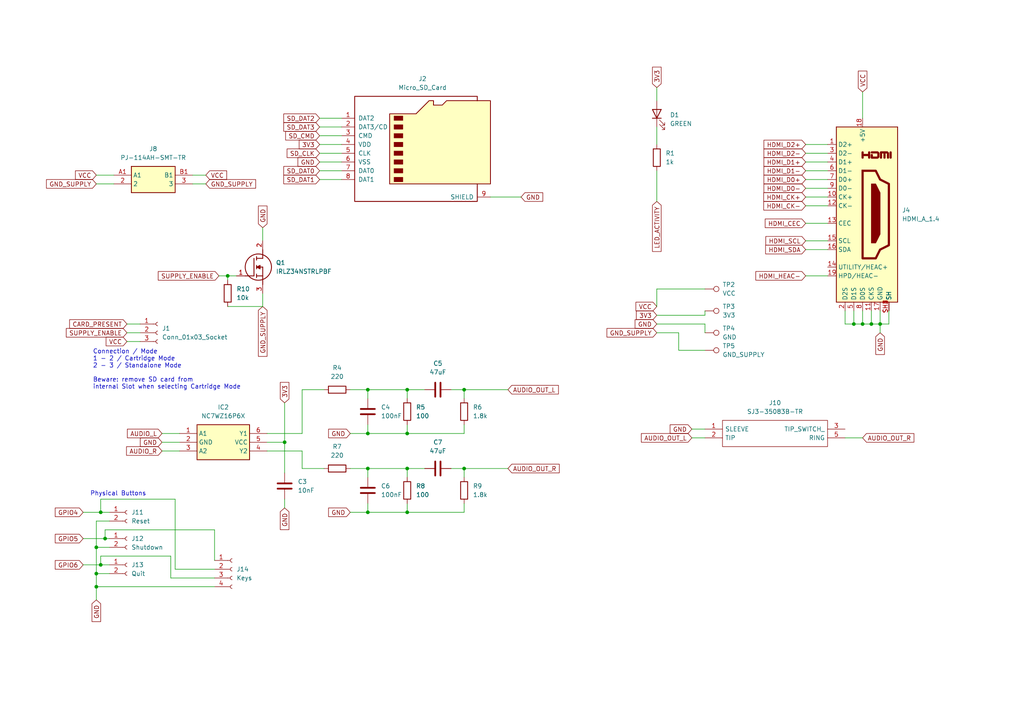
<source format=kicad_sch>
(kicad_sch (version 20231120) (generator "eeschema") (generator_version "8.0")
  (paper "A4")
  (lib_symbols
    (symbol "CM4IO:HDMI_A_1.4"
      (property "Reference" "J" (at -6.35 26.67 0))
      (property "Value" "HDMI_A_1.4" (at 10.16 26.67 0))
      (symbol "HDMI_A_1.4_0_0"
        (polyline (pts (xy 8.128 16.51) (xy 8.128 18.034)) (stroke (width 0.635)))
        (polyline (pts (xy 0 16.51) (xy 0 18.034) (xy 0 17.272) (xy 1.905 17.272) (xy 1.905 18.034) (xy 1.905 16.51)) (stroke (width 0.635)))
        (polyline (pts (xy 2.667 18.034) (xy 4.318 18.034) (xy 4.572 17.78) (xy 4.572 16.764) (xy 4.318 16.51) (xy 2.667 16.51) (xy 2.667 17.272)) (stroke (width 0.635)))
        (pin passive line (at 7.62 -27.94 90) (length 2.54) (name "SH") (number "SH2"))
        (pin passive line (at 7.62 -27.94 90) (length 2.54) (name "SH") (number "SH3"))
        (pin passive line (at 7.62 -27.94 90) (length 2.54) (name "SH") (number "SH4"))
      )
      (symbol "HDMI_A_1.4_0_1"
        (rectangle (start -7.62 25.4) (end 10.16 -25.4) (stroke (width 0.254)) (fill (type background)))
        (polyline (pts (xy 2.54 8.89) (xy 3.81 8.89) (xy 5.08 6.35) (xy 5.08 -5.715) (xy 3.81 -8.255) (xy 2.54 -8.255) (xy 2.54 8.89)) (fill (type outline)))
        (polyline (pts (xy 5.334 16.51) (xy 5.334 18.034) (xy 6.35 18.034) (xy 6.35 16.51) (xy 6.35 18.034) (xy 7.112 18.034) (xy 7.366 17.78) (xy 7.366 16.51)) (stroke (width 0.635)))
        (polyline (pts (xy 0 12.7) (xy 0 -12.7) (xy 3.81 -12.7) (xy 5.08 -10.16) (xy 7.62 -8.89) (xy 7.62 8.89) (xy 5.08 10.16) (xy 3.81 12.7) (xy 0 12.7)) (stroke (width 0.635)))
      )
      (symbol "HDMI_A_1.4_1_1"
        (pin passive line (at -10.16 20.32 0) (length 2.54) (name "D2+") (number "1"))
        (pin passive line (at -10.16 5.08 0) (length 2.54) (name "CK+") (number "10"))
        (pin power_in line (at 2.54 -27.94 90) (length 2.54) (name "CKS") (number "11"))
        (pin passive line (at -10.16 2.54 0) (length 2.54) (name "CK-") (number "12"))
        (pin bidirectional line (at -10.16 -2.54 0) (length 2.54) (name "CEC") (number "13"))
        (pin passive line (at -10.16 -15.24 0) (length 2.54) (name "UTILITY/HEAC+") (number "14"))
        (pin passive line (at -10.16 -7.62 0) (length 2.54) (name "SCL") (number "15"))
        (pin bidirectional line (at -10.16 -10.16 0) (length 2.54) (name "SDA") (number "16"))
        (pin power_in line (at 5.08 -27.94 90) (length 2.54) (name "GND") (number "17"))
        (pin power_in line (at 0 27.94 270) (length 2.54) (name "+5V") (number "18"))
        (pin passive line (at -10.16 -17.78 0) (length 2.54) (name "HPD/HEAC-") (number "19"))
        (pin power_in line (at -5.08 -27.94 90) (length 2.54) (name "D2S") (number "2"))
        (pin passive line (at -10.16 17.78 0) (length 2.54) (name "D2-") (number "3"))
        (pin passive line (at -10.16 15.24 0) (length 2.54) (name "D1+") (number "4"))
        (pin power_in line (at -2.54 -27.94 90) (length 2.54) (name "D1S") (number "5"))
        (pin passive line (at -10.16 12.7 0) (length 2.54) (name "D1-") (number "6"))
        (pin passive line (at -10.16 10.16 0) (length 2.54) (name "D0+") (number "7"))
        (pin power_in line (at 0 -27.94 90) (length 2.54) (name "D0S") (number "8"))
        (pin passive line (at -10.16 7.62 0) (length 2.54) (name "D0-") (number "9"))
        (pin passive line (at 7.62 -27.94 90) (length 2.54) (name "SH") (number "SH1"))
      )
    )
    (symbol "Connector:Conn_01x02_Socket" (pin_names (offset 1.016) hide)
      (property "Reference" "J" (at 0 2.54 0))
      (property "Value" "Conn_01x02_Socket" (at 0 -5.08 0))
      (symbol "Conn_01x02_Socket_1_1"
        (arc (start 0 -2.032) (mid -0.5058 -2.54) (end 0 -3.048) (stroke (width 0.1524)))
        (polyline (pts (xy -1.27 -2.54) (xy -0.508 -2.54)) (stroke (width 0.1524)))
        (polyline (pts (xy -1.27 0) (xy -0.508 0)) (stroke (width 0.1524)))
        (arc (start 0 0.508) (mid -0.5058 0) (end 0 -0.508) (stroke (width 0.1524)))
        (pin passive line (at -5.08 0 0) (length 3.81) (name "Pin_1") (number "1"))
        (pin passive line (at -5.08 -2.54 0) (length 3.81) (name "Pin_2") (number "2"))
      )
    )
    (symbol "Connector:Conn_01x03_Socket" (pin_names (offset 1.016) hide)
      (property "Reference" "J" (at 0 5.08 0))
      (property "Value" "Conn_01x03_Socket" (at 0 -5.08 0))
      (symbol "Conn_01x03_Socket_1_1"
        (arc (start 0 -2.032) (mid -0.5058 -2.54) (end 0 -3.048) (stroke (width 0.1524)))
        (polyline (pts (xy -1.27 -2.54) (xy -0.508 -2.54)) (stroke (width 0.1524)))
        (polyline (pts (xy -1.27 0) (xy -0.508 0)) (stroke (width 0.1524)))
        (polyline (pts (xy -1.27 2.54) (xy -0.508 2.54)) (stroke (width 0.1524)))
        (arc (start 0 0.508) (mid -0.5058 0) (end 0 -0.508) (stroke (width 0.1524)))
        (arc (start 0 3.048) (mid -0.5058 2.54) (end 0 2.032) (stroke (width 0.1524)))
        (pin passive line (at -5.08 2.54 0) (length 3.81) (name "Pin_1") (number "1"))
        (pin passive line (at -5.08 0 0) (length 3.81) (name "Pin_2") (number "2"))
        (pin passive line (at -5.08 -2.54 0) (length 3.81) (name "Pin_3") (number "3"))
      )
    )
    (symbol "Connector:Conn_01x04_Socket" (pin_names (offset 1.016) hide)
      (property "Reference" "J" (at 0 5.08 0))
      (property "Value" "Conn_01x04_Socket" (at 0 -7.62 0))
      (symbol "Conn_01x04_Socket_1_1"
        (arc (start 0 -4.572) (mid -0.5058 -5.08) (end 0 -5.588) (stroke (width 0.1524)))
        (arc (start 0 -2.032) (mid -0.5058 -2.54) (end 0 -3.048) (stroke (width 0.1524)))
        (polyline (pts (xy -1.27 -5.08) (xy -0.508 -5.08)) (stroke (width 0.1524)))
        (polyline (pts (xy -1.27 -2.54) (xy -0.508 -2.54)) (stroke (width 0.1524)))
        (polyline (pts (xy -1.27 0) (xy -0.508 0)) (stroke (width 0.1524)))
        (polyline (pts (xy -1.27 2.54) (xy -0.508 2.54)) (stroke (width 0.1524)))
        (arc (start 0 0.508) (mid -0.5058 0) (end 0 -0.508) (stroke (width 0.1524)))
        (arc (start 0 3.048) (mid -0.5058 2.54) (end 0 2.032) (stroke (width 0.1524)))
        (pin passive line (at -5.08 2.54 0) (length 3.81) (name "Pin_1") (number "1"))
        (pin passive line (at -5.08 0 0) (length 3.81) (name "Pin_2") (number "2"))
        (pin passive line (at -5.08 -2.54 0) (length 3.81) (name "Pin_3") (number "3"))
        (pin passive line (at -5.08 -5.08 0) (length 3.81) (name "Pin_4") (number "4"))
      )
    )
    (symbol "Connector:Micro_SD_Card" (pin_names (offset 1.016))
      (property "Reference" "J" (at -16.51 15.24 0))
      (property "Value" "Micro_SD_Card" (at 16.51 15.24 0))
      (symbol "Micro_SD_Card_0_1"
        (rectangle (start -7.62 -9.525) (end -5.08 -10.795) (fill (type outline)))
        (rectangle (start -7.62 -6.985) (end -5.08 -8.255) (fill (type outline)))
        (rectangle (start -7.62 -4.445) (end -5.08 -5.715) (fill (type outline)))
        (rectangle (start -7.62 -1.905) (end -5.08 -3.175) (fill (type outline)))
        (rectangle (start -7.62 0.635) (end -5.08 -0.635) (fill (type outline)))
        (rectangle (start -7.62 3.175) (end -5.08 1.905) (fill (type outline)))
        (rectangle (start -7.62 5.715) (end -5.08 4.445) (fill (type outline)))
        (rectangle (start -7.62 8.255) (end -5.08 6.985) (fill (type outline)))
        (polyline (pts (xy 16.51 12.7) (xy 16.51 13.97) (xy -19.05 13.97) (xy -19.05 -16.51) (xy 16.51 -16.51) (xy 16.51 -11.43)) (stroke (width 0.254)))
        (polyline (pts (xy -8.89 -11.43) (xy -8.89 8.89) (xy -1.27 8.89) (xy 2.54 12.7) (xy 3.81 12.7) (xy 3.81 11.43) (xy 6.35 11.43) (xy 7.62 12.7) (xy 20.32 12.7) (xy 20.32 -11.43) (xy -8.89 -11.43)) (stroke (width 0.254)) (fill (type background)))
      )
      (symbol "Micro_SD_Card_1_1"
        (pin bidirectional line (at -22.86 7.62 0) (length 3.81) (name "DAT2") (number "1"))
        (pin bidirectional line (at -22.86 5.08 0) (length 3.81) (name "DAT3/CD") (number "2"))
        (pin input line (at -22.86 2.54 0) (length 3.81) (name "CMD") (number "3"))
        (pin power_in line (at -22.86 0 0) (length 3.81) (name "VDD") (number "4"))
        (pin input line (at -22.86 -2.54 0) (length 3.81) (name "CLK") (number "5"))
        (pin power_in line (at -22.86 -5.08 0) (length 3.81) (name "VSS") (number "6"))
        (pin bidirectional line (at -22.86 -7.62 0) (length 3.81) (name "DAT0") (number "7"))
        (pin bidirectional line (at -22.86 -10.16 0) (length 3.81) (name "DAT1") (number "8"))
        (pin passive line (at 20.32 -15.24 180) (length 3.81) (name "SHIELD") (number "9"))
      )
    )
    (symbol "Connector:TestPoint" (pin_numbers hide) (pin_names (offset 0.762) hide)
      (property "Reference" "TP" (at 0 6.858 0))
      (property "Value" "TestPoint" (at 0 5.08 0))
      (symbol "TestPoint_0_1"
        (circle (center 0 3.302) (radius 0.762))
      )
      (symbol "TestPoint_1_1"
        (pin passive line (at 0 0 90) (length 2.54) (name "1") (number "1"))
      )
    )
    (symbol "Device:C" (pin_numbers hide) (pin_names (offset 0.254))
      (property "Reference" "C" (at 0.635 2.54 0))
      (property "Value" "C" (at 0.635 -2.54 0))
      (symbol "C_0_1"
        (polyline (pts (xy -2.032 -0.762) (xy 2.032 -0.762)) (stroke (width 0.508)))
        (polyline (pts (xy -2.032 0.762) (xy 2.032 0.762)) (stroke (width 0.508)))
      )
      (symbol "C_1_1"
        (pin passive line (at 0 3.81 270) (length 2.794) (name "~") (number "1"))
        (pin passive line (at 0 -3.81 90) (length 2.794) (name "~") (number "2"))
      )
    )
    (symbol "Device:LED" (pin_numbers hide) (pin_names (offset 1.016) hide)
      (property "Reference" "D" (at 0 2.54 0))
      (property "Value" "LED" (at 0 -2.54 0))
      (symbol "LED_0_1"
        (polyline (pts (xy -1.27 -1.27) (xy -1.27 1.27)) (stroke (width 0.254)))
        (polyline (pts (xy -1.27 0) (xy 1.27 0)))
        (polyline (pts (xy 1.27 -1.27) (xy 1.27 1.27) (xy -1.27 0) (xy 1.27 -1.27)) (stroke (width 0.254)))
        (polyline (pts (xy -3.048 -0.762) (xy -4.572 -2.286) (xy -3.81 -2.286) (xy -4.572 -2.286) (xy -4.572 -1.524)))
        (polyline (pts (xy -1.778 -0.762) (xy -3.302 -2.286) (xy -2.54 -2.286) (xy -3.302 -2.286) (xy -3.302 -1.524)))
      )
      (symbol "LED_1_1"
        (pin passive line (at -3.81 0 0) (length 2.54) (name "K") (number "1"))
        (pin passive line (at 3.81 0 180) (length 2.54) (name "A") (number "2"))
      )
    )
    (symbol "Device:R" (pin_numbers hide) (pin_names (offset 0))
      (property "Reference" "R" (at 2.032 0 90))
      (property "Value" "R" (at 0 0 90))
      (symbol "R_0_1"
        (rectangle (start -1.016 -2.54) (end 1.016 2.54) (stroke (width 0.254)))
      )
      (symbol "R_1_1"
        (pin passive line (at 0 3.81 270) (length 1.27) (name "~") (number "1"))
        (pin passive line (at 0 -3.81 90) (length 1.27) (name "~") (number "2"))
      )
    )
    (symbol "IRLZ34NSTRLPBF:IRLZ34NSTRLPBF" (pin_names hide)
      (property "Reference" "Q" (at 11.43 3.81 0))
      (property "Value" "IRLZ34NSTRLPBF" (at 11.43 1.27 0))
      (symbol "IRLZ34NSTRLPBF_1_1"
        (polyline (pts (xy 2.54 0) (xy 5.08 0)) (stroke (width 0.254)))
        (polyline (pts (xy 5.08 5.08) (xy 5.08 0)) (stroke (width 0.254)))
        (polyline (pts (xy 5.842 -0.508) (xy 5.842 0.508)) (stroke (width 0.254)))
        (polyline (pts (xy 5.842 0) (xy 7.62 0)) (stroke (width 0.254)))
        (polyline (pts (xy 5.842 2.032) (xy 5.842 3.048)) (stroke (width 0.254)))
        (polyline (pts (xy 5.842 5.588) (xy 5.842 4.572)) (stroke (width 0.254)))
        (polyline (pts (xy 7.62 2.54) (xy 5.842 2.54)) (stroke (width 0.254)))
        (polyline (pts (xy 7.62 2.54) (xy 7.62 -2.54)) (stroke (width 0.254)))
        (polyline (pts (xy 7.62 5.08) (xy 5.842 5.08)) (stroke (width 0.254)))
        (polyline (pts (xy 7.62 5.08) (xy 7.62 7.62)) (stroke (width 0.254)))
        (polyline (pts (xy 5.842 2.54) (xy 6.858 3.048) (xy 6.858 2.032) (xy 5.842 2.54)) (stroke (width 0.254)) (fill (type outline)))
        (circle (center 6.35 2.54) (radius 3.81) (stroke (width 0.254)))
        (pin passive line (at 0 0 0) (length 2.54) (name "G") (number "1"))
        (pin passive line (at 7.62 10.16 270) (length 2.54) (name "D") (number "2"))
        (pin passive line (at 7.62 -5.08 90) (length 2.54) (name "S") (number "3"))
      )
    )
    (symbol "NC7WZ16P6X:NC7WZ16P6X"
      (property "Reference" "IC" (at 21.59 7.62 0))
      (property "Value" "NC7WZ16P6X" (at 21.59 5.08 0))
      (symbol "NC7WZ16P6X_1_1"
        (rectangle (start 5.08 2.54) (end 20.32 -7.62) (stroke (width 0.254)) (fill (type background)))
        (pin input line (at 0 0 0) (length 5.08) (name "A1") (number "1"))
        (pin power_in line (at 0 -2.54 0) (length 5.08) (name "GND") (number "2"))
        (pin input line (at 0 -5.08 0) (length 5.08) (name "A2") (number "3"))
        (pin output line (at 25.4 -5.08 180) (length 5.08) (name "Y2") (number "4"))
        (pin power_in line (at 25.4 -2.54 180) (length 5.08) (name "VCC") (number "5"))
        (pin output line (at 25.4 0 180) (length 5.08) (name "Y1") (number "6"))
      )
    )
    (symbol "PJ-114AH-SMT-TR:PJ-114AH-SMT-TR"
      (property "Reference" "J" (at 19.05 7.62 0))
      (property "Value" "PJ-114AH-SMT-TR" (at 19.05 5.08 0))
      (symbol "PJ-114AH-SMT-TR_1_1"
        (rectangle (start 5.08 2.54) (end 17.78 -5.08) (stroke (width 0.254)) (fill (type background)))
        (pin passive line (at 0 -2.54 0) (length 5.08) (name "2") (number "2"))
        (pin passive line (at 22.86 -2.54 180) (length 5.08) (name "3") (number "3"))
        (pin passive line (at 0 0 0) (length 5.08) (name "A1") (number "A1"))
        (pin passive line (at 22.86 0 180) (length 5.08) (name "B1") (number "B1"))
      )
    )
    (symbol "SJ3-35083B-TR:SJ3-35083B-TR" (pin_names (offset 0.762))
      (property "Reference" "J" (at 36.83 7.62 0))
      (property "Value" "SJ3-35083B-TR" (at 36.83 5.08 0))
      (symbol "SJ3-35083B-TR_0_0"
        (pin passive line (at 0 0 0) (length 5.08) (name "SLEEVE") (number "1"))
        (pin passive line (at 0 -2.54 0) (length 5.08) (name "TIP") (number "2"))
        (pin passive line (at 40.64 0 180) (length 5.08) (name "TIP_SWITCH_") (number "3"))
        (pin passive line (at 40.64 -2.54 180) (length 5.08) (name "RING") (number "5"))
      )
      (symbol "SJ3-35083B-TR_0_1"
        (polyline (pts (xy 5.08 2.54) (xy 35.56 2.54) (xy 35.56 -5.08) (xy 5.08 -5.08) (xy 5.08 2.54)) (stroke (width 0.1524)))
      )
    )
  )
  (junction (at 66.04 80.01))
  (junction (at 250.19 93.98))
  (junction (at 106.68 135.89))
  (junction (at 118.11 148.59))
  (junction (at 27.94 170.18))
  (junction (at 255.27 93.98))
  (junction (at 252.73 93.98))
  (junction (at 82.55 128.27))
  (junction (at 118.11 113.03))
  (junction (at 29.21 148.59))
  (junction (at 27.94 158.75))
  (junction (at 134.62 135.89))
  (junction (at 118.11 125.73))
  (junction (at 29.21 163.83))
  (junction (at 106.68 125.73))
  (junction (at 106.68 148.59))
  (junction (at 247.65 93.98))
  (junction (at 134.62 113.03))
  (junction (at 106.68 113.03))
  (junction (at 30.48 156.21))
  (junction (at 27.94 166.37))
  (junction (at 118.11 135.89))
  (wire (pts (xy 82.55 116.84) (xy 82.55 128.27)))
  (wire (pts (xy 233.68 52.07) (xy 240.03 52.07)))
  (wire (pts (xy 190.5 49.53) (xy 190.5 58.42)))
  (wire (pts (xy 92.71 39.37) (xy 99.06 39.37)))
  (wire (pts (xy 204.47 91.44) (xy 204.47 90.17)))
  (wire (pts (xy 27.94 50.8) (xy 33.02 50.8)))
  (wire (pts (xy 92.71 44.45) (xy 99.06 44.45)))
  (wire (pts (xy 24.13 156.21) (xy 30.48 156.21)))
  (wire (pts (xy 106.68 148.59) (xy 101.6 148.59)))
  (wire (pts (xy 233.68 64.77) (xy 240.03 64.77)))
  (wire (pts (xy 118.11 123.19) (xy 118.11 125.73)))
  (wire (pts (xy 101.6 113.03) (xy 106.68 113.03)))
  (wire (pts (xy 93.98 113.03) (xy 87.63 113.03)))
  (wire (pts (xy 36.83 99.06) (xy 40.64 99.06)))
  (wire (pts (xy 245.11 93.98) (xy 247.65 93.98)))
  (wire (pts (xy 50.8 144.78) (xy 29.21 144.78)))
  (wire (pts (xy 252.73 90.17) (xy 252.73 93.98)))
  (wire (pts (xy 36.83 96.52) (xy 40.64 96.52)))
  (wire (pts (xy 250.19 93.98) (xy 252.73 93.98)))
  (wire (pts (xy 200.66 124.46) (xy 204.47 124.46)))
  (wire (pts (xy 92.71 49.53) (xy 99.06 49.53)))
  (wire (pts (xy 77.47 128.27) (xy 82.55 128.27)))
  (wire (pts (xy 118.11 135.89) (xy 118.11 138.43)))
  (wire (pts (xy 66.04 88.9) (xy 76.2 88.9)))
  (wire (pts (xy 87.63 130.81) (xy 87.63 135.89)))
  (wire (pts (xy 134.62 113.03) (xy 147.32 113.03)))
  (wire (pts (xy 134.62 123.19) (xy 134.62 125.73)))
  (wire (pts (xy 255.27 93.98) (xy 255.27 96.52)))
  (wire (pts (xy 92.71 41.91) (xy 99.06 41.91)))
  (wire (pts (xy 252.73 93.98) (xy 255.27 93.98)))
  (wire (pts (xy 190.5 88.9) (xy 190.5 83.82)))
  (wire (pts (xy 82.55 144.78) (xy 82.55 147.32)))
  (wire (pts (xy 106.68 113.03) (xy 118.11 113.03)))
  (wire (pts (xy 55.88 50.8) (xy 59.69 50.8)))
  (wire (pts (xy 62.23 162.56) (xy 62.23 153.67)))
  (wire (pts (xy 250.19 90.17) (xy 250.19 93.98)))
  (wire (pts (xy 200.66 127) (xy 204.47 127)))
  (wire (pts (xy 92.71 52.07) (xy 99.06 52.07)))
  (wire (pts (xy 49.53 167.64) (xy 49.53 161.29)))
  (wire (pts (xy 92.71 34.29) (xy 99.06 34.29)))
  (wire (pts (xy 62.23 167.64) (xy 49.53 167.64)))
  (wire (pts (xy 233.68 59.69) (xy 240.03 59.69)))
  (wire (pts (xy 130.81 135.89) (xy 134.62 135.89)))
  (wire (pts (xy 118.11 125.73) (xy 106.68 125.73)))
  (wire (pts (xy 204.47 93.98) (xy 204.47 96.52)))
  (wire (pts (xy 190.5 83.82) (xy 204.47 83.82)))
  (wire (pts (xy 106.68 113.03) (xy 106.68 115.57)))
  (wire (pts (xy 24.13 163.83) (xy 29.21 163.83)))
  (wire (pts (xy 27.94 53.34) (xy 33.02 53.34)))
  (wire (pts (xy 76.2 85.09) (xy 76.2 88.9)))
  (wire (pts (xy 118.11 113.03) (xy 123.19 113.03)))
  (wire (pts (xy 233.68 72.39) (xy 240.03 72.39)))
  (wire (pts (xy 62.23 165.1) (xy 50.8 165.1)))
  (wire (pts (xy 196.85 101.6) (xy 204.47 101.6)))
  (wire (pts (xy 46.99 128.27) (xy 52.07 128.27)))
  (wire (pts (xy 46.99 125.73) (xy 52.07 125.73)))
  (wire (pts (xy 27.94 158.75) (xy 27.94 151.13)))
  (wire (pts (xy 190.5 36.83) (xy 190.5 41.91)))
  (wire (pts (xy 55.88 53.34) (xy 59.69 53.34)))
  (wire (pts (xy 27.94 170.18) (xy 62.23 170.18)))
  (wire (pts (xy 29.21 148.59) (xy 31.75 148.59)))
  (wire (pts (xy 142.24 57.15) (xy 151.13 57.15)))
  (wire (pts (xy 92.71 36.83) (xy 99.06 36.83)))
  (wire (pts (xy 233.68 54.61) (xy 240.03 54.61)))
  (wire (pts (xy 63.5 80.01) (xy 66.04 80.01)))
  (wire (pts (xy 118.11 148.59) (xy 106.68 148.59)))
  (wire (pts (xy 62.23 153.67) (xy 30.48 153.67)))
  (wire (pts (xy 118.11 113.03) (xy 118.11 115.57)))
  (wire (pts (xy 233.68 46.99) (xy 240.03 46.99)))
  (wire (pts (xy 101.6 135.89) (xy 106.68 135.89)))
  (wire (pts (xy 134.62 135.89) (xy 147.32 135.89)))
  (wire (pts (xy 46.99 130.81) (xy 52.07 130.81)))
  (wire (pts (xy 134.62 146.05) (xy 134.62 148.59)))
  (wire (pts (xy 257.81 93.98) (xy 255.27 93.98)))
  (wire (pts (xy 87.63 135.89) (xy 93.98 135.89)))
  (wire (pts (xy 245.11 127) (xy 250.19 127)))
  (wire (pts (xy 66.04 80.01) (xy 66.04 81.28)))
  (wire (pts (xy 30.48 153.67) (xy 30.48 156.21)))
  (wire (pts (xy 118.11 146.05) (xy 118.11 148.59)))
  (wire (pts (xy 29.21 161.29) (xy 29.21 163.83)))
  (wire (pts (xy 233.68 49.53) (xy 240.03 49.53)))
  (wire (pts (xy 30.48 156.21) (xy 31.75 156.21)))
  (wire (pts (xy 233.68 80.01) (xy 240.03 80.01)))
  (wire (pts (xy 106.68 125.73) (xy 101.6 125.73)))
  (wire (pts (xy 106.68 146.05) (xy 106.68 148.59)))
  (wire (pts (xy 134.62 148.59) (xy 118.11 148.59)))
  (wire (pts (xy 66.04 80.01) (xy 68.58 80.01)))
  (wire (pts (xy 130.81 113.03) (xy 134.62 113.03)))
  (wire (pts (xy 250.19 26.67) (xy 250.19 34.29)))
  (wire (pts (xy 233.68 44.45) (xy 240.03 44.45)))
  (wire (pts (xy 190.5 91.44) (xy 204.47 91.44)))
  (wire (pts (xy 106.68 135.89) (xy 118.11 135.89)))
  (wire (pts (xy 29.21 163.83) (xy 31.75 163.83)))
  (wire (pts (xy 77.47 130.81) (xy 87.63 130.81)))
  (wire (pts (xy 196.85 96.52) (xy 196.85 101.6)))
  (wire (pts (xy 87.63 113.03) (xy 87.63 125.73)))
  (wire (pts (xy 82.55 128.27) (xy 82.55 137.16)))
  (wire (pts (xy 76.2 66.04) (xy 76.2 69.85)))
  (wire (pts (xy 24.13 148.59) (xy 29.21 148.59)))
  (wire (pts (xy 245.11 90.17) (xy 245.11 93.98)))
  (wire (pts (xy 87.63 125.73) (xy 77.47 125.73)))
  (wire (pts (xy 36.83 93.98) (xy 40.64 93.98)))
  (wire (pts (xy 134.62 135.89) (xy 134.62 138.43)))
  (wire (pts (xy 190.5 96.52) (xy 196.85 96.52)))
  (wire (pts (xy 27.94 166.37) (xy 31.75 166.37)))
  (wire (pts (xy 233.68 57.15) (xy 240.03 57.15)))
  (wire (pts (xy 27.94 151.13) (xy 31.75 151.13)))
  (wire (pts (xy 134.62 125.73) (xy 118.11 125.73)))
  (wire (pts (xy 257.81 90.17) (xy 257.81 93.98)))
  (wire (pts (xy 27.94 170.18) (xy 27.94 166.37)))
  (wire (pts (xy 29.21 144.78) (xy 29.21 148.59)))
  (wire (pts (xy 233.68 69.85) (xy 240.03 69.85)))
  (wire (pts (xy 190.5 93.98) (xy 204.47 93.98)))
  (wire (pts (xy 27.94 166.37) (xy 27.94 158.75)))
  (wire (pts (xy 106.68 123.19) (xy 106.68 125.73)))
  (wire (pts (xy 50.8 165.1) (xy 50.8 144.78)))
  (wire (pts (xy 233.68 41.91) (xy 240.03 41.91)))
  (wire (pts (xy 106.68 135.89) (xy 106.68 138.43)))
  (wire (pts (xy 134.62 113.03) (xy 134.62 115.57)))
  (wire (pts (xy 118.11 135.89) (xy 123.19 135.89)))
  (wire (pts (xy 27.94 173.99) (xy 27.94 170.18)))
  (wire (pts (xy 92.71 46.99) (xy 99.06 46.99)))
  (wire (pts (xy 49.53 161.29) (xy 29.21 161.29)))
  (wire (pts (xy 27.94 158.75) (xy 31.75 158.75)))
  (wire (pts (xy 247.65 93.98) (xy 250.19 93.98)))
  (wire (pts (xy 190.5 25.4) (xy 190.5 29.21)))
  (wire (pts (xy 255.27 90.17) (xy 255.27 93.98)))
  (wire (pts (xy 247.65 90.17) (xy 247.65 93.98)))
  (text "Physical Buttons" (at 34.29 143.256 0) (effects (font (size 1.27 1.27))))
  (text "Connection / Mode\n1 - 2 / Cartridge Mode\n2 - 3 / Standalone Mode\n\nBeware: remove SD card from \ninternal Slot when selecting Cartridge Mode" (at 26.924 107.188 0) (effects (font (size 1.27 1.27)) (justify left)))
  (global_label "AUDIO_OUT_R" (shape input) (at 147.32 135.89 0) (property "Intersheetrefs" "${INTERSHEET_REFS}" (effects (hide yes))))
  (global_label "HDMI_D1-" (shape input) (at 233.68 49.53 180) (property "Intersheetrefs" "${INTERSHEET_REFS}" (effects (hide yes))))
  (global_label "GPIO4" (shape input) (at 24.13 148.59 180) (property "Intersheetrefs" "${INTERSHEET_REFS}" (effects (hide yes))))
  (global_label "GPIO5" (shape input) (at 24.13 156.21 180) (property "Intersheetrefs" "${INTERSHEET_REFS}" (effects (hide yes))))
  (global_label "GND_SUPPLY" (shape input) (at 27.94 53.34 180) (property "Intersheetrefs" "${INTERSHEET_REFS}" (effects (hide yes))))
  (global_label "AUDIO_L" (shape input) (at 46.99 125.73 180) (property "Intersheetrefs" "${INTERSHEET_REFS}" (effects (hide yes))))
  (global_label "HDMI_D2-" (shape input) (at 233.68 44.45 180) (property "Intersheetrefs" "${INTERSHEET_REFS}" (effects (hide yes))))
  (global_label "GND" (shape input) (at 101.6 148.59 180) (property "Intersheetrefs" "${INTERSHEET_REFS}" (effects (hide yes))))
  (global_label "SUPPLY_ENABLE" (shape input) (at 63.5 80.01 180) (property "Intersheetrefs" "${INTERSHEET_REFS}" (effects (hide yes))))
  (global_label "HDMI_D0-" (shape input) (at 233.68 54.61 180) (property "Intersheetrefs" "${INTERSHEET_REFS}" (effects (hide yes))))
  (global_label "HDMI_HEAC-" (shape input) (at 233.68 80.01 180) (property "Intersheetrefs" "${INTERSHEET_REFS}" (effects (hide yes))))
  (global_label "SUPPLY_ENABLE" (shape input) (at 36.83 96.52 180) (property "Intersheetrefs" "${INTERSHEET_REFS}" (effects (hide yes))))
  (global_label "GND" (shape input) (at 46.99 128.27 180) (property "Intersheetrefs" "${INTERSHEET_REFS}" (effects (hide yes))))
  (global_label "SD_CLK" (shape input) (at 92.71 44.45 180) (property "Intersheetrefs" "${INTERSHEET_REFS}" (effects (hide yes))))
  (global_label "SD_CMD" (shape input) (at 92.71 39.37 180) (property "Intersheetrefs" "${INTERSHEET_REFS}" (effects (hide yes))))
  (global_label "VCC" (shape input) (at 190.5 88.9 180) (property "Intersheetrefs" "${INTERSHEET_REFS}" (effects (hide yes))))
  (global_label "GND" (shape input) (at 76.2 66.04 90) (property "Intersheetrefs" "${INTERSHEET_REFS}" (effects (hide yes))))
  (global_label "HDMI_SDA" (shape input) (at 233.68 72.39 180) (property "Intersheetrefs" "${INTERSHEET_REFS}" (effects (hide yes))))
  (global_label "AUDIO_R" (shape input) (at 46.99 130.81 180) (property "Intersheetrefs" "${INTERSHEET_REFS}" (effects (hide yes))))
  (global_label "HDMI_CK-" (shape input) (at 233.68 59.69 180) (property "Intersheetrefs" "${INTERSHEET_REFS}" (effects (hide yes))))
  (global_label "SD_DAT3" (shape input) (at 92.71 36.83 180) (property "Intersheetrefs" "${INTERSHEET_REFS}" (effects (hide yes))))
  (global_label "3V3" (shape input) (at 92.71 41.91 180) (property "Intersheetrefs" "${INTERSHEET_REFS}" (effects (hide yes))))
  (global_label "GND" (shape input) (at 27.94 173.99 270) (property "Intersheetrefs" "${INTERSHEET_REFS}" (effects (hide yes))))
  (global_label "HDMI_SCL" (shape input) (at 233.68 69.85 180) (property "Intersheetrefs" "${INTERSHEET_REFS}" (effects (hide yes))))
  (global_label "3V3" (shape input) (at 190.5 91.44 180) (property "Intersheetrefs" "${INTERSHEET_REFS}" (effects (hide yes))))
  (global_label "3V3" (shape input) (at 190.5 25.4 90) (property "Intersheetrefs" "${INTERSHEET_REFS}" (effects (hide yes))))
  (global_label "GND" (shape input) (at 92.71 46.99 180) (property "Intersheetrefs" "${INTERSHEET_REFS}" (effects (hide yes))))
  (global_label "AUDIO_OUT_L" (shape input) (at 147.32 113.03 0) (property "Intersheetrefs" "${INTERSHEET_REFS}" (effects (hide yes))))
  (global_label "GND" (shape input) (at 190.5 93.98 180) (property "Intersheetrefs" "${INTERSHEET_REFS}" (effects (hide yes))))
  (global_label "SD_DAT1" (shape input) (at 92.71 52.07 180) (property "Intersheetrefs" "${INTERSHEET_REFS}" (effects (hide yes))))
  (global_label "GND" (shape input) (at 82.55 147.32 270) (property "Intersheetrefs" "${INTERSHEET_REFS}" (effects (hide yes))))
  (global_label "VCC" (shape input) (at 27.94 50.8 180) (property "Intersheetrefs" "${INTERSHEET_REFS}" (effects (hide yes))))
  (global_label "SD_DAT2" (shape input) (at 92.71 34.29 180) (property "Intersheetrefs" "${INTERSHEET_REFS}" (effects (hide yes))))
  (global_label "GND" (shape input) (at 255.27 96.52 270) (property "Intersheetrefs" "${INTERSHEET_REFS}" (effects (hide yes))))
  (global_label "GND_SUPPLY" (shape input) (at 190.5 96.52 180) (property "Intersheetrefs" "${INTERSHEET_REFS}" (effects (hide yes))))
  (global_label "GND" (shape input) (at 151.13 57.15 0) (property "Intersheetrefs" "${INTERSHEET_REFS}" (effects (hide yes))))
  (global_label "AUDIO_OUT_L" (shape input) (at 200.66 127 180) (property "Intersheetrefs" "${INTERSHEET_REFS}" (effects (hide yes))))
  (global_label "HDMI_D1+" (shape input) (at 233.68 46.99 180) (property "Intersheetrefs" "${INTERSHEET_REFS}" (effects (hide yes))))
  (global_label "GPIO6" (shape input) (at 24.13 163.83 180) (property "Intersheetrefs" "${INTERSHEET_REFS}" (effects (hide yes))))
  (global_label "HDMI_CEC" (shape input) (at 233.68 64.77 180) (property "Intersheetrefs" "${INTERSHEET_REFS}" (effects (hide yes))))
  (global_label "CARD_PRESENT" (shape input) (at 36.83 93.98 180) (property "Intersheetrefs" "${INTERSHEET_REFS}" (effects (hide yes))))
  (global_label "HDMI_D0+" (shape input) (at 233.68 52.07 180) (property "Intersheetrefs" "${INTERSHEET_REFS}" (effects (hide yes))))
  (global_label "VCC" (shape input) (at 250.19 26.67 90) (property "Intersheetrefs" "${INTERSHEET_REFS}" (effects (hide yes))))
  (global_label "HDMI_CK+" (shape input) (at 233.68 57.15 180) (property "Intersheetrefs" "${INTERSHEET_REFS}" (effects (hide yes))))
  (global_label "HDMI_D2+" (shape input) (at 233.68 41.91 180) (property "Intersheetrefs" "${INTERSHEET_REFS}" (effects (hide yes))))
  (global_label "GND_SUPPLY" (shape input) (at 76.2 88.9 270) (property "Intersheetrefs" "${INTERSHEET_REFS}" (effects (hide yes))))
  (global_label "VCC" (shape input) (at 59.69 50.8 0) (property "Intersheetrefs" "${INTERSHEET_REFS}" (effects (hide yes))))
  (global_label "GND_SUPPLY" (shape input) (at 59.69 53.34 0) (property "Intersheetrefs" "${INTERSHEET_REFS}" (effects (hide yes))))
  (global_label "AUDIO_OUT_R" (shape input) (at 250.19 127 0) (property "Intersheetrefs" "${INTERSHEET_REFS}" (effects (hide yes))))
  (global_label "VCC" (shape input) (at 36.83 99.06 180) (property "Intersheetrefs" "${INTERSHEET_REFS}" (effects (hide yes))))
  (global_label "SD_DAT0" (shape input) (at 92.71 49.53 180) (property "Intersheetrefs" "${INTERSHEET_REFS}" (effects (hide yes))))
  (global_label "3V3" (shape input) (at 82.55 116.84 90) (property "Intersheetrefs" "${INTERSHEET_REFS}" (effects (hide yes))))
  (global_label "GND" (shape input) (at 200.66 124.46 180) (property "Intersheetrefs" "${INTERSHEET_REFS}" (effects (hide yes))))
  (global_label "LED_ACTIVITY" (shape input) (at 190.5 58.42 270) (property "Intersheetrefs" "${INTERSHEET_REFS}" (effects (hide yes))))
  (global_label "GND" (shape input) (at 101.6 125.73 180) (property "Intersheetrefs" "${INTERSHEET_REFS}" (effects (hide yes))))
  (symbol (lib_id "Device:R") (at 97.79 113.03 270) (unit 1)
    (property "Reference" "R4" (at 97.79 106.68 90))
    (property "Value" "220" (at 97.79 109.22 90))
    (property "Footprint" "Resistor_SMD:R_0201_0603Metric" (effects (hide yes)))
    (property "Description" "Resistor" (effects (hide yes)))
  )
  (symbol (lib_id "Connector:TestPoint") (at 204.47 101.6 270) (unit 1)
    (property "Reference" "TP5" (at 209.55 100.3299 90) (effects (justify left)))
    (property "Value" "GND_SUPPLY" (at 209.55 102.8699 90) (effects (justify left)))
    (property "Footprint" "TestPoint:TestPoint_Pad_D3.0mm" (effects (hide yes)))
    (property "Description" "test point" (effects (hide yes)))
  )
  (symbol (lib_id "Device:R") (at 118.11 119.38 0) (unit 1)
    (property "Reference" "R5" (at 120.65 118.1099 0) (effects (justify left)))
    (property "Value" "100" (at 120.65 120.6499 0) (effects (justify left)))
    (property "Footprint" "Resistor_SMD:R_0201_0603Metric" (effects (hide yes)))
    (property "Description" "Resistor" (effects (hide yes)))
  )
  (symbol (lib_id "Connector:Conn_01x04_Socket") (at 67.31 165.1 0) (unit 1)
    (property "Reference" "J14" (at 68.58 165.0999 0) (effects (justify left)))
    (property "Value" "Keys" (at 68.58 167.6399 0) (effects (justify left)))
    (property "Footprint" "Connector_JST:JST_PH_B4B-PH-K_1x04_P2.00mm_Vertical" (effects (hide yes)))
    (property "Description" "Generic connector, single row, 01x04, script generated" (effects (hide yes)))
  )
  (symbol (lib_id "CM4IO:HDMI_A_1.4") (at 250.19 62.23 0) (unit 1)
    (property "Reference" "J4" (at 261.62 60.9599 0) (effects (justify left)))
    (property "Value" "HDMI_A_1.4" (at 261.62 63.4999 0) (effects (justify left)))
    (property "Footprint" "Connector_Video:HDMI_A_Molex_208658-1001_Horizontal" (effects (hide yes)))
    (property "Datasheet" "https://en.wikipedia.org/wiki/HDMI" (effects (hide yes)))
    (property "Description" "HDMI 1.4+ type A connector" (effects (hide yes)))
  )
  (symbol (lib_id "Device:C") (at 106.68 142.24 0) (unit 1)
    (property "Reference" "C6" (at 110.49 140.9699 0) (effects (justify left)))
    (property "Value" "100nF" (at 110.49 143.5099 0) (effects (justify left)))
    (property "Footprint" "Capacitor_SMD:C_0201_0603Metric" (effects (hide yes)))
    (property "Description" "Unpolarized capacitor" (effects (hide yes)))
  )
  (symbol (lib_id "PJ-114AH-SMT-TR:PJ-114AH-SMT-TR") (at 33.02 50.8 0) (unit 1)
    (property "Reference" "J8" (at 44.45 43.18 0))
    (property "Value" "PJ-114AH-SMT-TR" (at 44.45 45.72 0))
    (property "Footprint" "LIB_PJ-114AH-SMT-TR:PJ114AHSMTTR" (effects (hide yes)))
    (property "Datasheet" "https://www.sameskydevices.com/product/resource/pj-114ah-smt-tr.pdf" (effects (hide yes)))
    (property "Description" "2.0 x 6.4 mm, 5.0 A, Horizontal, Through Hole, Dc Power Jack Connector" (effects (hide yes)))
    (property "Height" "11.5" (effects (hide yes)))
    (property "Manufacturer_Name" "Same Sky" (effects (hide yes)))
    (property "Manufacturer_Part_Number" "PJ-114AH-SMT-TR" (effects (hide yes)))
    (property "Mouser Part Number" "179-PJ-114AH-SMT-TR" (effects (hide yes)))
    (property "Mouser Price/Stock" "https://www.mouser.co.uk/ProductDetail/Same-Sky/PJ-114AH-SMT-TR?qs=3vio67wFuYrzGt00DZL31g%3D%3D" (effects (hide yes)))
  )
  (symbol (lib_id "Connector:Conn_01x02_Socket") (at 36.83 163.83 0) (unit 1)
    (property "Reference" "J13" (at 38.1 163.8299 0) (effects (justify left)))
    (property "Value" "Quit" (at 38.1 166.3699 0) (effects (justify left)))
    (property "Footprint" "Connector_JST:JST_PH_B2B-PH-K_1x02_P2.00mm_Vertical" (effects (hide yes)))
    (property "Description" "Generic connector, single row, 01x02, script generated" (effects (hide yes)))
  )
  (symbol (lib_id "Device:LED") (at 190.5 33.02 90) (unit 1)
    (property "Reference" "D1" (at 194.31 33.3374 90) (effects (justify right)))
    (property "Value" "GREEN" (at 194.31 35.8774 90) (effects (justify right)))
    (property "Footprint" "LED_SMD:LED_0201_0603Metric" (effects (hide yes)))
    (property "Description" "Light emitting diode" (effects (hide yes)))
  )
  (symbol (lib_id "Device:C") (at 82.55 140.97 0) (unit 1)
    (property "Reference" "C3" (at 86.36 139.6999 0) (effects (justify left)))
    (property "Value" "10nF" (at 86.36 142.2399 0) (effects (justify left)))
    (property "Footprint" "Capacitor_SMD:C_0201_0603Metric" (effects (hide yes)))
    (property "Description" "Unpolarized capacitor" (effects (hide yes)))
  )
  (symbol (lib_id "Connector:Conn_01x02_Socket") (at 36.83 148.59 0) (unit 1)
    (property "Reference" "J11" (at 38.1 148.5899 0) (effects (justify left)))
    (property "Value" "Reset" (at 38.1 151.1299 0) (effects (justify left)))
    (property "Footprint" "Connector_JST:JST_PH_B2B-PH-K_1x02_P2.00mm_Vertical" (effects (hide yes)))
    (property "Description" "Generic connector, single row, 01x02, script generated" (effects (hide yes)))
  )
  (symbol (lib_id "NC7WZ16P6X:NC7WZ16P6X") (at 52.07 125.73 0) (unit 1)
    (property "Reference" "IC2" (at 64.77 118.11 0))
    (property "Value" "NC7WZ16P6X" (at 64.77 120.65 0))
    (property "Footprint" "LIB_NC7WZ16P6X:SOT65P210X110-6N" (effects (hide yes)))
    (property "Datasheet" "https://www.onsemi.com/pub/Collateral/NC7WZ16-D.PDF" (effects (hide yes)))
    (property "Description" "Matches Performance of LCX when Operated at 3.3V VCC ; Over-Voltage Tolerance Inputs Facilitate 5V to 3V Translation ; Ultra-High Speed: tPD 2.4ns (Typical) into 50pF at 5V VCC ; Power Down High-Impedance Inputs/Outputs ; Space-Saving SC70 Package; Broad VCC Operating Range: 1.65V to 5.5V ; High Output Drive: +/-24mA at 3V VCC ; Ultra-Small MicroPak Packages ; Proprietary Noise/EMI Reduction Circuitry" (effects (hide yes)))
    (property "Height" "1.1" (effects (hide yes)))
    (property "Manufacturer_Name" "onsemi" (effects (hide yes)))
    (property "Manufacturer_Part_Number" "NC7WZ16P6X" (effects (hide yes)))
    (property "Mouser Part Number" "512-NC7WZ16P6X" (effects (hide yes)))
    (property "Mouser Price/Stock" "https://www.mouser.co.uk/ProductDetail/onsemi-Fairchild/NC7WZ16P6X?qs=yRUxxYa83cgjitXtxHB4eA%3D%3D" (effects (hide yes)))
    (property "Arrow Part Number" "NC7WZ16P6X" (effects (hide yes)))
    (property "Arrow Price/Stock" "https://www.arrow.com/en/products/nc7wz16p6x/on-semiconductor" (effects (hide yes)))
  )
  (symbol (lib_id "Connector:TestPoint") (at 204.47 83.82 270) (unit 1)
    (property "Reference" "TP2" (at 209.55 82.5499 90) (effects (justify left)))
    (property "Value" "VCC" (at 209.55 85.0899 90) (effects (justify left)))
    (property "Footprint" "TestPoint:TestPoint_Pad_D3.0mm" (effects (hide yes)))
    (property "Description" "test point" (effects (hide yes)))
  )
  (symbol (lib_id "Connector:Conn_01x03_Socket") (at 45.72 96.52 0) (unit 1)
    (property "Reference" "J1" (at 46.99 95.2499 0) (effects (justify left)))
    (property "Value" "Conn_01x03_Socket" (at 46.99 97.7899 0) (effects (justify left)))
    (property "Footprint" "Connector_PinHeader_2.54mm:PinHeader_1x03_P2.54mm_Vertical" (effects (hide yes)))
    (property "Description" "Generic connector, single row, 01x03, script generated" (effects (hide yes)))
  )
  (symbol (lib_id "Device:R") (at 118.11 142.24 0) (unit 1)
    (property "Reference" "R8" (at 120.65 140.9699 0) (effects (justify left)))
    (property "Value" "100" (at 120.65 143.5099 0) (effects (justify left)))
    (property "Footprint" "Resistor_SMD:R_0201_0603Metric" (effects (hide yes)))
    (property "Description" "Resistor" (effects (hide yes)))
  )
  (symbol (lib_id "Device:R") (at 134.62 142.24 0) (unit 1)
    (property "Reference" "R9" (at 137.16 140.9699 0) (effects (justify left)))
    (property "Value" "1.8k" (at 137.16 143.5099 0) (effects (justify left)))
    (property "Footprint" "Resistor_SMD:R_0201_0603Metric" (effects (hide yes)))
    (property "Description" "Resistor" (effects (hide yes)))
  )
  (symbol (lib_id "SJ3-35083B-TR:SJ3-35083B-TR") (at 204.47 124.46 0) (unit 1)
    (property "Reference" "J10" (at 224.79 116.84 0))
    (property "Value" "SJ3-35083B-TR" (at 224.79 119.38 0))
    (property "Footprint" "LIB_SJ3-35083B-TR:SJ335083BTR" (effects (hide yes)))
    (property "Datasheet" "https://www.sameskydevices.com/product/resource/supplyframepdf/sj3-3508x.pdf" (effects (hide yes)))
    (property "Description" "3.5 mm Stereo Jack, Through Hole, 3 Conductors, 1 Internal Switches,  Tape & Reel Packaging" (effects (hide yes)))
    (property "Description_1" "3.5 mm Stereo Jack, Through Hole, 3 Conductors, 1 Internal Switches,  Tape & Reel Packaging" (effects (hide yes)))
    (property "Height" "5.3" (effects (hide yes)))
    (property "Manufacturer_Name" "Same Sky" (effects (hide yes)))
    (property "Manufacturer_Part_Number" "SJ3-35083B-TR" (effects (hide yes)))
    (property "Mouser Part Number" "179-SJ3-35083B-TR" (effects (hide yes)))
    (property "Mouser Price/Stock" "https://www.mouser.co.uk/ProductDetail/Same-Sky/SJ3-35083B-TR?qs=IKkN%2F947nfDjNSxAQdYIVA%3D%3D" (effects (hide yes)))
  )
  (symbol (lib_id "Device:R") (at 97.79 135.89 270) (unit 1)
    (property "Reference" "R7" (at 97.79 129.54 90))
    (property "Value" "220" (at 97.79 132.08 90))
    (property "Footprint" "Resistor_SMD:R_0201_0603Metric" (effects (hide yes)))
    (property "Description" "Resistor" (effects (hide yes)))
  )
  (symbol (lib_id "Device:R") (at 190.5 45.72 0) (unit 1)
    (property "Reference" "R1" (at 193.04 44.4499 0) (effects (justify left)))
    (property "Value" "1k" (at 193.04 46.9899 0) (effects (justify left)))
    (property "Footprint" "Resistor_SMD:R_0201_0603Metric" (effects (hide yes)))
    (property "Description" "Resistor" (effects (hide yes)))
  )
  (symbol (lib_id "Connector:TestPoint") (at 204.47 96.52 270) (unit 1)
    (property "Reference" "TP4" (at 209.55 95.2499 90) (effects (justify left)))
    (property "Value" "GND" (at 209.55 97.7899 90) (effects (justify left)))
    (property "Footprint" "TestPoint:TestPoint_Pad_D3.0mm" (effects (hide yes)))
    (property "Description" "test point" (effects (hide yes)))
  )
  (symbol (lib_id "IRLZ34NSTRLPBF:IRLZ34NSTRLPBF") (at 68.58 80.01 0) (unit 1)
    (property "Reference" "Q1" (at 80.01 76.1999 0) (effects (justify left)))
    (property "Value" "IRLZ34NSTRLPBF" (at 80.01 78.7399 0) (effects (justify left)))
    (property "Footprint" "LIB_IRLZ34NSTRLPBF:IRF2804STRLPBF" (effects (hide yes)))
    (property "Datasheet" "https://www.infineon.com/dgdl/irlz34nspbf.pdf?fileId=5546d462533600a40153567210152722" (effects (hide yes)))
    (property "Description" "MOSFET N-Channel HEXFET 55V 30A D2PAK Infineon IRLZ34NSTRLPBF N-channel MOSFET Transistor, 30 A, 55 V, 3+Tab-Pin D2PAK" (effects (hide yes)))
    (property "Height" "4.83" (effects (hide yes)))
    (property "Manufacturer_Name" "Infineon" (effects (hide yes)))
    (property "Manufacturer_Part_Number" "IRLZ34NSTRLPBF" (effects (hide yes)))
    (property "Mouser Part Number" "942-IRLZ34NSTRLPBF" (effects (hide yes)))
    (property "Mouser Price/Stock" "https://www.mouser.co.uk/ProductDetail/Infineon-Technologies/IRLZ34NSTRLPBF?qs=9%252BKlkBgLFf3%2F7oYCM5eA2g%3D%3D" (effects (hide yes)))
    (property "Arrow Part Number" "IRLZ34NSTRLPBF" (effects (hide yes)))
    (property "Arrow Price/Stock" "https://www.arrow.com/en/products/irlz34nstrlpbf/infineon-technologies-ag?utm_currency=USD&region=nac" (effects (hide yes)))
  )
  (symbol (lib_id "Device:C") (at 127 113.03 270) (unit 1)
    (property "Reference" "C5" (at 127 105.41 90))
    (property "Value" "47uF" (at 127 107.95 90))
    (property "Footprint" "Capacitor_SMD:C_1206_3216Metric" (effects (hide yes)))
    (property "Description" "Unpolarized capacitor" (effects (hide yes)))
  )
  (symbol (lib_id "Connector:TestPoint") (at 204.47 90.17 270) (unit 1)
    (property "Reference" "TP3" (at 209.55 88.8999 90) (effects (justify left)))
    (property "Value" "3V3" (at 209.55 91.4399 90) (effects (justify left)))
    (property "Footprint" "TestPoint:TestPoint_Pad_D3.0mm" (effects (hide yes)))
    (property "Description" "test point" (effects (hide yes)))
  )
  (symbol (lib_id "Device:R") (at 134.62 119.38 0) (unit 1)
    (property "Reference" "R6" (at 137.16 118.1099 0) (effects (justify left)))
    (property "Value" "1.8k" (at 137.16 120.6499 0) (effects (justify left)))
    (property "Footprint" "Resistor_SMD:R_0201_0603Metric" (effects (hide yes)))
    (property "Description" "Resistor" (effects (hide yes)))
  )
  (symbol (lib_id "Device:C") (at 127 135.89 270) (unit 1)
    (property "Reference" "C7" (at 127 128.27 90))
    (property "Value" "47uF" (at 127 130.81 90))
    (property "Footprint" "Capacitor_SMD:C_1206_3216Metric" (effects (hide yes)))
    (property "Description" "Unpolarized capacitor" (effects (hide yes)))
  )
  (symbol (lib_id "Device:C") (at 106.68 119.38 0) (unit 1)
    (property "Reference" "C4" (at 110.49 118.1099 0) (effects (justify left)))
    (property "Value" "100nF" (at 110.49 120.6499 0) (effects (justify left)))
    (property "Footprint" "Capacitor_SMD:C_0201_0603Metric" (effects (hide yes)))
    (property "Description" "Unpolarized capacitor" (effects (hide yes)))
  )
  (symbol (lib_id "Connector:Conn_01x02_Socket") (at 36.83 156.21 0) (unit 1)
    (property "Reference" "J12" (at 38.1 156.2099 0) (effects (justify left)))
    (property "Value" "Shutdown" (at 38.1 158.7499 0) (effects (justify left)))
    (property "Footprint" "Connector_JST:JST_PH_B2B-PH-K_1x02_P2.00mm_Vertical" (effects (hide yes)))
    (property "Description" "Generic connector, single row, 01x02, script generated" (effects (hide yes)))
  )
  (symbol (lib_id "Device:R") (at 66.04 85.09 0) (unit 1)
    (property "Reference" "R10" (at 68.58 83.8199 0) (effects (justify left)))
    (property "Value" "10k" (at 68.58 86.3599 0) (effects (justify left)))
    (property "Footprint" "Resistor_SMD:R_0201_0603Metric" (effects (hide yes)))
    (property "Description" "Resistor" (effects (hide yes)))
  )
  (symbol (lib_id "Connector:Micro_SD_Card") (at 121.92 41.91 0) (unit 1)
    (property "Reference" "J2" (at 122.555 22.86 0))
    (property "Value" "Micro_SD_Card" (at 122.555 25.4 0))
    (property "Footprint" "CM4IO:SDCARD_MOLEX_503398-1892" (effects (hide yes)))
    (property "Datasheet" "https://www.we-online.com/components/products/datasheet/693072010801.pdf" (effects (hide yes)))
    (property "Description" "Micro SD Card Socket" (effects (hide yes)))
  )
)
</source>
